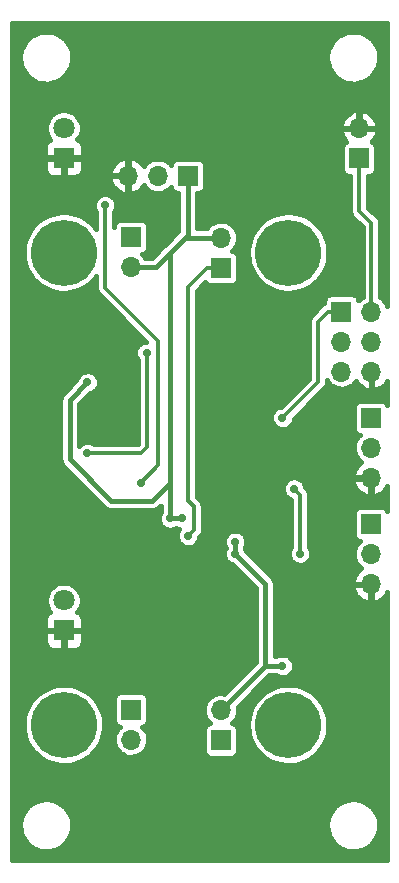
<source format=gbl>
G04 #@! TF.GenerationSoftware,KiCad,Pcbnew,(5.99.0-492-g30da2b31e)*
G04 #@! TF.CreationDate,2019-12-10T20:32:49+01:00*
G04 #@! TF.ProjectId,gabel,67616265-6c2e-46b6-9963-61645f706362,rev?*
G04 #@! TF.SameCoordinates,Original*
G04 #@! TF.FileFunction,Copper,L2,Bot*
G04 #@! TF.FilePolarity,Positive*
%FSLAX46Y46*%
G04 Gerber Fmt 4.6, Leading zero omitted, Abs format (unit mm)*
G04 Created by KiCad (PCBNEW (5.99.0-492-g30da2b31e)) date 2019-12-10 20:32:49*
%MOMM*%
%LPD*%
G04 APERTURE LIST*
%ADD10R,1.800000X1.800000*%
%ADD11C,1.800000*%
%ADD12R,1.700000X1.700000*%
%ADD13O,1.700000X1.700000*%
%ADD14C,5.600000*%
%ADD15C,0.700000*%
%ADD16C,0.400000*%
%ADD17C,0.300000*%
G04 APERTURE END LIST*
D10*
X43000000Y-85000000D03*
D11*
X43000000Y-82460000D03*
D10*
X43000000Y-125000000D03*
D11*
X43000000Y-122460000D03*
D12*
X69000000Y-116000000D03*
D13*
X69000000Y-118540000D03*
X69000000Y-121080000D03*
D12*
X69000000Y-107000000D03*
D13*
X69000000Y-109540000D03*
X69000000Y-112080000D03*
D12*
X53500000Y-86500000D03*
D13*
X50960000Y-86500000D03*
X48420000Y-86500000D03*
D12*
X68000000Y-85040000D03*
D13*
X68000000Y-82500000D03*
D12*
X66500000Y-98000000D03*
D13*
X69040000Y-98000000D03*
X66500000Y-100540000D03*
X69040000Y-100540000D03*
X66500000Y-103080000D03*
X69040000Y-103080000D03*
D12*
X48700000Y-131699998D03*
D13*
X48700000Y-134239998D03*
D12*
X48700000Y-91700000D03*
D13*
X48700000Y-94240000D03*
D12*
X56300000Y-134299998D03*
D13*
X56300000Y-131759998D03*
D12*
X56300000Y-94300000D03*
D13*
X56300000Y-91760000D03*
D14*
X62000000Y-132999998D03*
X62000000Y-93000000D03*
X43000000Y-93000000D03*
X43000000Y-132999998D03*
D15*
X57500000Y-117500000D03*
X53000000Y-115500000D03*
X52000000Y-115500000D03*
X45000000Y-104000000D03*
X57500000Y-118500000D03*
X61500000Y-128000000D03*
X62500000Y-82000000D03*
X62500000Y-83000000D03*
X62500000Y-84000000D03*
X61500000Y-84000000D03*
X61500000Y-83000000D03*
X61500000Y-82000000D03*
X49500000Y-112500000D03*
X46500000Y-89000000D03*
X63000000Y-118500000D03*
X62500000Y-113000000D03*
X58000000Y-111000000D03*
X63000000Y-111000000D03*
X61500000Y-107000000D03*
X50000000Y-101500000D03*
X45000000Y-110000000D03*
X53500000Y-117000000D03*
X55500000Y-118500000D03*
X54500000Y-118500000D03*
X51500000Y-126000000D03*
X50500000Y-126000000D03*
X49500000Y-126000000D03*
X49500000Y-127000000D03*
X50500000Y-127000000D03*
X51500000Y-127000000D03*
X41000000Y-112000000D03*
X41000000Y-110500000D03*
X41000000Y-109000000D03*
X41000000Y-107500000D03*
X41000000Y-106000000D03*
X52000000Y-138500000D03*
D16*
X57500000Y-118500000D02*
X57500000Y-117500000D01*
X52000000Y-115500000D02*
X53000000Y-115500000D01*
X52000000Y-115000000D02*
X52000000Y-113000000D01*
X52000000Y-115000000D02*
X52000000Y-115500000D01*
D17*
X53500000Y-95950000D02*
X53500000Y-112500000D01*
X56300000Y-94300000D02*
X55150000Y-94300000D01*
X55150000Y-94300000D02*
X53500000Y-95950000D01*
X69040000Y-90540000D02*
X68000000Y-89500000D01*
X68000000Y-89500000D02*
X68000000Y-85040000D01*
X69040000Y-98000000D02*
X69040000Y-90540000D01*
D16*
X52000000Y-112500000D02*
X52000000Y-113000000D01*
X50500000Y-114000000D02*
X47000000Y-114000000D01*
X52000000Y-93000000D02*
X53240000Y-91760000D01*
X50760000Y-94240000D02*
X52000000Y-93000000D01*
X52000000Y-93000000D02*
X52000000Y-112500000D01*
X52000000Y-112500000D02*
X50500000Y-114000000D01*
X43500000Y-110500000D02*
X43500000Y-105500000D01*
X43500000Y-105500000D02*
X45000000Y-104000000D01*
X47000000Y-114000000D02*
X43500000Y-110500000D01*
X60059998Y-128000000D02*
X60059998Y-121059998D01*
X60059998Y-121059998D02*
X57500000Y-118500000D01*
X56300000Y-131759998D02*
X60059998Y-128000000D01*
X60059998Y-128000000D02*
X61500000Y-128000000D01*
D17*
X62500000Y-83000000D02*
X62500000Y-82000000D01*
X61500000Y-84000000D02*
X62500000Y-84000000D01*
X61500000Y-82000000D02*
X61500000Y-83000000D01*
X51000000Y-111000000D02*
X49500000Y-112500000D01*
X51000000Y-100500000D02*
X51000000Y-111000000D01*
X46500000Y-96000000D02*
X51000000Y-100500000D01*
X46500000Y-89000000D02*
X46500000Y-96000000D01*
X63000000Y-118500000D02*
X63000000Y-113500000D01*
X63000000Y-113500000D02*
X62500000Y-113000000D01*
X58000000Y-111000000D02*
X63000000Y-111000000D01*
X65350000Y-98000000D02*
X64500000Y-98850000D01*
X66500000Y-98000000D02*
X65350000Y-98000000D01*
X64500000Y-98850000D02*
X64500000Y-104000000D01*
X64500000Y-104000000D02*
X61500000Y-107000000D01*
X50000000Y-101500000D02*
X50000000Y-109000000D01*
X45000000Y-110000000D02*
X49500000Y-110000000D01*
X49500000Y-110000000D02*
X50000000Y-109500000D01*
X50000000Y-109500000D02*
X50000000Y-109000000D01*
D16*
X48700000Y-94240000D02*
X50760000Y-94240000D01*
X53240000Y-91760000D02*
X56300000Y-91760000D01*
X53500000Y-91500000D02*
X53240000Y-91760000D01*
X53500000Y-86500000D02*
X53500000Y-91500000D01*
D17*
X53500000Y-112500000D02*
X53500000Y-114000000D01*
X53500000Y-114000000D02*
X54000000Y-114500000D01*
X54000000Y-114500000D02*
X54000000Y-116500000D01*
X54000000Y-116500000D02*
X53500000Y-117000000D01*
X55500000Y-118500000D02*
X54500000Y-118500000D01*
X51500000Y-126000000D02*
X50500000Y-126000000D01*
X49500000Y-126000000D02*
X49500000Y-127000000D01*
X50500000Y-127000000D02*
X51500000Y-127000000D01*
X41000000Y-112000000D02*
X41000000Y-110500000D01*
X41000000Y-109000000D02*
X41000000Y-107500000D01*
G36*
X70401001Y-97502423D02*
G01*
X70353119Y-97373674D01*
X70221454Y-97151039D01*
X70052444Y-96955239D01*
X69851431Y-96792462D01*
X69789000Y-96758141D01*
X69789000Y-90619891D01*
X69798499Y-90575769D01*
X69789000Y-90495510D01*
X69789000Y-90477860D01*
X69781769Y-90434420D01*
X69768145Y-90319308D01*
X69760441Y-90306280D01*
X69758402Y-90294034D01*
X69639998Y-90074593D01*
X69558539Y-89999293D01*
X68749000Y-89189755D01*
X68749000Y-86496836D01*
X68869600Y-86496836D01*
X69083718Y-86454245D01*
X69281855Y-86321855D01*
X69414245Y-86123718D01*
X69456836Y-85909600D01*
X69456836Y-84170400D01*
X69414245Y-83956282D01*
X69281855Y-83758145D01*
X69083718Y-83625755D01*
X69080499Y-83625115D01*
X69108792Y-83601078D01*
X69278461Y-83398518D01*
X69411574Y-83170265D01*
X69504325Y-82922847D01*
X69574829Y-82555000D01*
X66409316Y-82555000D01*
X66520743Y-83003580D01*
X66626739Y-83245620D01*
X66772002Y-83466340D01*
X66920192Y-83624977D01*
X66916282Y-83625755D01*
X66718145Y-83758145D01*
X66585755Y-83956282D01*
X66543164Y-84170400D01*
X66543164Y-85909600D01*
X66585755Y-86123718D01*
X66718145Y-86321855D01*
X66916282Y-86454245D01*
X67130400Y-86496836D01*
X67251001Y-86496836D01*
X67251000Y-89420109D01*
X67241501Y-89464231D01*
X67251000Y-89544490D01*
X67251000Y-89562137D01*
X67258229Y-89605572D01*
X67271855Y-89720692D01*
X67279560Y-89733720D01*
X67281598Y-89745965D01*
X67400002Y-89965406D01*
X67481474Y-90040718D01*
X68291001Y-90850247D01*
X68291000Y-96759073D01*
X68154348Y-96845795D01*
X67963953Y-97020872D01*
X67941051Y-97051044D01*
X67914245Y-96916282D01*
X67781855Y-96718145D01*
X67583718Y-96585755D01*
X67369600Y-96543164D01*
X65630400Y-96543164D01*
X65416282Y-96585755D01*
X65218145Y-96718145D01*
X65085755Y-96916282D01*
X65043164Y-97130400D01*
X65043164Y-97314441D01*
X64884593Y-97400002D01*
X64809293Y-97481462D01*
X64026874Y-98263881D01*
X63988952Y-98288367D01*
X63938917Y-98351837D01*
X63926437Y-98364317D01*
X63900836Y-98400144D01*
X63829073Y-98491175D01*
X63825308Y-98505835D01*
X63818089Y-98515938D01*
X63746646Y-98754830D01*
X63751000Y-98865661D01*
X63751001Y-103689754D01*
X61382584Y-106058171D01*
X61237344Y-106077938D01*
X60989109Y-106188718D01*
X60781944Y-106364719D01*
X60632504Y-106591788D01*
X60552801Y-106851672D01*
X60549243Y-107123482D01*
X60622115Y-107385365D01*
X60765561Y-107616268D01*
X60968048Y-107797630D01*
X61213297Y-107914870D01*
X61481594Y-107958565D01*
X61751372Y-107925203D01*
X62000941Y-107817463D01*
X62210241Y-107644007D01*
X62362445Y-107418780D01*
X62445695Y-107158706D01*
X62446294Y-107112950D01*
X64973129Y-104586117D01*
X65011047Y-104561633D01*
X65061084Y-104498162D01*
X65073562Y-104485684D01*
X65099161Y-104449861D01*
X65170927Y-104358826D01*
X65174692Y-104344165D01*
X65181910Y-104334064D01*
X65253355Y-104095170D01*
X65249000Y-103984323D01*
X65249000Y-103817267D01*
X65374184Y-104001470D01*
X65555155Y-104186271D01*
X65765992Y-104336105D01*
X66000029Y-104446235D01*
X66249870Y-104513179D01*
X66507617Y-104534823D01*
X66765124Y-104510481D01*
X67014250Y-104440924D01*
X67247122Y-104328350D01*
X67456378Y-104176316D01*
X67635404Y-103989630D01*
X67705372Y-103884320D01*
X67812002Y-104046340D01*
X67992376Y-104239430D01*
X68202704Y-104399367D01*
X68436974Y-104521580D01*
X68688486Y-104602574D01*
X68985000Y-104645038D01*
X68985000Y-103025000D01*
X69095000Y-103025000D01*
X69095000Y-104656593D01*
X69473339Y-104581337D01*
X69720103Y-104486860D01*
X69947420Y-104352156D01*
X70148792Y-104181078D01*
X70318461Y-103978518D01*
X70401001Y-103836985D01*
X70401001Y-105896460D01*
X70281855Y-105718145D01*
X70083718Y-105585755D01*
X69869600Y-105543164D01*
X68130400Y-105543164D01*
X67916282Y-105585755D01*
X67718145Y-105718145D01*
X67585755Y-105916282D01*
X67543164Y-106130400D01*
X67543164Y-107869600D01*
X67585755Y-108083718D01*
X67718145Y-108281855D01*
X67916282Y-108414245D01*
X68053686Y-108441577D01*
X67923953Y-108560872D01*
X67767571Y-108766898D01*
X67650144Y-108997361D01*
X67575384Y-109244976D01*
X67545655Y-109501917D01*
X67561897Y-109760061D01*
X67623595Y-110011249D01*
X67728798Y-110247541D01*
X67874184Y-110461470D01*
X68055155Y-110646271D01*
X68191280Y-110743010D01*
X68190518Y-110743387D01*
X67976886Y-110898886D01*
X67792508Y-111088155D01*
X67642655Y-111305784D01*
X67531613Y-111545551D01*
X67401799Y-112025000D01*
X69055000Y-112025000D01*
X69055000Y-113656593D01*
X69433339Y-113581337D01*
X69680103Y-113486860D01*
X69907420Y-113352156D01*
X70108792Y-113181078D01*
X70278461Y-112978518D01*
X70401000Y-112768396D01*
X70401000Y-114896460D01*
X70281855Y-114718145D01*
X70083718Y-114585755D01*
X69869600Y-114543164D01*
X68130400Y-114543164D01*
X67916282Y-114585755D01*
X67718145Y-114718145D01*
X67585755Y-114916282D01*
X67543164Y-115130400D01*
X67543164Y-116869600D01*
X67585755Y-117083718D01*
X67718145Y-117281855D01*
X67916282Y-117414245D01*
X68053686Y-117441577D01*
X67923953Y-117560872D01*
X67767571Y-117766898D01*
X67650144Y-117997361D01*
X67575384Y-118244976D01*
X67545655Y-118501917D01*
X67561897Y-118760061D01*
X67623595Y-119011249D01*
X67728798Y-119247541D01*
X67874184Y-119461470D01*
X68055155Y-119646271D01*
X68191280Y-119743010D01*
X68190518Y-119743387D01*
X67976886Y-119898886D01*
X67792508Y-120088155D01*
X67642655Y-120305784D01*
X67531613Y-120545551D01*
X67401799Y-121025000D01*
X69055000Y-121025000D01*
X69055000Y-122656593D01*
X69433339Y-122581337D01*
X69680103Y-122486860D01*
X69907420Y-122352156D01*
X70108792Y-122181078D01*
X70278461Y-121978518D01*
X70401000Y-121768396D01*
X70401000Y-144401000D01*
X38599000Y-144401000D01*
X38599000Y-141584630D01*
X39297019Y-141584630D01*
X39330921Y-141894189D01*
X39408102Y-142195881D01*
X39527022Y-142483691D01*
X39685309Y-142751872D01*
X39879803Y-142995075D01*
X40106624Y-143208447D01*
X40361247Y-143387732D01*
X40638592Y-143529351D01*
X40933124Y-143630478D01*
X41238965Y-143689098D01*
X41550017Y-143704039D01*
X41860069Y-143675003D01*
X42162938Y-143602570D01*
X42452579Y-143488186D01*
X42723214Y-143334131D01*
X42969442Y-143143481D01*
X43186351Y-142920038D01*
X43369612Y-142668263D01*
X43515570Y-142393178D01*
X43621312Y-142100270D01*
X43685368Y-141792308D01*
X43692076Y-141584630D01*
X65297019Y-141584630D01*
X65330921Y-141894189D01*
X65408102Y-142195881D01*
X65527022Y-142483691D01*
X65685309Y-142751872D01*
X65879803Y-142995075D01*
X66106624Y-143208447D01*
X66361247Y-143387732D01*
X66638592Y-143529351D01*
X66933124Y-143630478D01*
X67238965Y-143689098D01*
X67550017Y-143704039D01*
X67860069Y-143675003D01*
X68162938Y-143602570D01*
X68452579Y-143488186D01*
X68723214Y-143334131D01*
X68969442Y-143143481D01*
X69186351Y-142920038D01*
X69369612Y-142668263D01*
X69515570Y-142393178D01*
X69621312Y-142100270D01*
X69685368Y-141792308D01*
X69699677Y-141349329D01*
X69655627Y-141037873D01*
X69569008Y-140738754D01*
X69441106Y-140454822D01*
X69274474Y-140191745D01*
X69072436Y-139954771D01*
X68839024Y-139748629D01*
X68578896Y-139577431D01*
X68297239Y-139444593D01*
X67999677Y-139352767D01*
X67692144Y-139303783D01*
X67380777Y-139298620D01*
X67071790Y-139337380D01*
X66771346Y-139419290D01*
X66485441Y-139542716D01*
X66219779Y-139705195D01*
X65979660Y-139903486D01*
X65769877Y-140133631D01*
X65594615Y-140391039D01*
X65457369Y-140670574D01*
X65360880Y-140966657D01*
X65307072Y-141273383D01*
X65297019Y-141584630D01*
X43692076Y-141584630D01*
X43699677Y-141349329D01*
X43655627Y-141037873D01*
X43569008Y-140738754D01*
X43441106Y-140454822D01*
X43274474Y-140191745D01*
X43072436Y-139954771D01*
X42839024Y-139748629D01*
X42578896Y-139577431D01*
X42297239Y-139444593D01*
X41999677Y-139352767D01*
X41692144Y-139303783D01*
X41380777Y-139298620D01*
X41071790Y-139337380D01*
X40771346Y-139419290D01*
X40485441Y-139542716D01*
X40219779Y-139705195D01*
X39979660Y-139903486D01*
X39769877Y-140133631D01*
X39594615Y-140391039D01*
X39457369Y-140670574D01*
X39360880Y-140966657D01*
X39307072Y-141273383D01*
X39297019Y-141584630D01*
X38599000Y-141584630D01*
X38599000Y-133142557D01*
X39598633Y-133142557D01*
X39635722Y-133520816D01*
X39714744Y-133892582D01*
X39834712Y-134253224D01*
X39994135Y-134598245D01*
X40191023Y-134923345D01*
X40422922Y-135224472D01*
X40686942Y-135497873D01*
X40979793Y-135740140D01*
X41297824Y-135948254D01*
X41637071Y-136119620D01*
X41993305Y-136252102D01*
X42362088Y-136344050D01*
X42738821Y-136394317D01*
X43118810Y-136402277D01*
X43497318Y-136367830D01*
X43869627Y-136291406D01*
X44231098Y-136173957D01*
X44577223Y-136016948D01*
X44903690Y-135822334D01*
X45206429Y-135592543D01*
X45481666Y-135330438D01*
X45725972Y-135039286D01*
X45936301Y-134722715D01*
X46110032Y-134384673D01*
X46244997Y-134029371D01*
X46339517Y-133661240D01*
X46392607Y-133283486D01*
X46399200Y-132811348D01*
X46356679Y-132432258D01*
X46272474Y-132061632D01*
X46147481Y-131702700D01*
X45983257Y-131359938D01*
X45781850Y-131037619D01*
X45617608Y-130830398D01*
X47243164Y-130830398D01*
X47243164Y-132569598D01*
X47285755Y-132783716D01*
X47418145Y-132981853D01*
X47616282Y-133114243D01*
X47753686Y-133141575D01*
X47623953Y-133260870D01*
X47467571Y-133466896D01*
X47350144Y-133697359D01*
X47275384Y-133944974D01*
X47245655Y-134201915D01*
X47261897Y-134460059D01*
X47323595Y-134711247D01*
X47428798Y-134947539D01*
X47574184Y-135161468D01*
X47755155Y-135346269D01*
X47965992Y-135496103D01*
X48200029Y-135606233D01*
X48449870Y-135673177D01*
X48707617Y-135694821D01*
X48965124Y-135670479D01*
X49214250Y-135600922D01*
X49447122Y-135488348D01*
X49656378Y-135336314D01*
X49835404Y-135149628D01*
X49978541Y-134934189D01*
X50081265Y-134696808D01*
X50140929Y-134442427D01*
X50149549Y-134113258D01*
X50103280Y-133856105D01*
X50013119Y-133613672D01*
X49904732Y-133430398D01*
X54843164Y-133430398D01*
X54843164Y-135169598D01*
X54885755Y-135383716D01*
X55018145Y-135581853D01*
X55216282Y-135714243D01*
X55430400Y-135756834D01*
X57169600Y-135756834D01*
X57383718Y-135714243D01*
X57581855Y-135581853D01*
X57714245Y-135383716D01*
X57756836Y-135169598D01*
X57756836Y-133430398D01*
X57714245Y-133216280D01*
X57664986Y-133142557D01*
X58598633Y-133142557D01*
X58635722Y-133520816D01*
X58714744Y-133892582D01*
X58834712Y-134253224D01*
X58994135Y-134598245D01*
X59191023Y-134923345D01*
X59422922Y-135224472D01*
X59686942Y-135497873D01*
X59979793Y-135740140D01*
X60297824Y-135948254D01*
X60637071Y-136119620D01*
X60993305Y-136252102D01*
X61362088Y-136344050D01*
X61738821Y-136394317D01*
X62118810Y-136402277D01*
X62497318Y-136367830D01*
X62869627Y-136291406D01*
X63231098Y-136173957D01*
X63577223Y-136016948D01*
X63903690Y-135822334D01*
X64206429Y-135592543D01*
X64481666Y-135330438D01*
X64725972Y-135039286D01*
X64936301Y-134722715D01*
X65110032Y-134384673D01*
X65244997Y-134029371D01*
X65339517Y-133661240D01*
X65392607Y-133283486D01*
X65399200Y-132811348D01*
X65356679Y-132432258D01*
X65272474Y-132061632D01*
X65147481Y-131702700D01*
X64983257Y-131359938D01*
X64781850Y-131037619D01*
X64545768Y-130739759D01*
X64277957Y-130470071D01*
X63981752Y-130231916D01*
X63660847Y-130028263D01*
X63319240Y-129861651D01*
X62961190Y-129734154D01*
X62591160Y-129647365D01*
X62213761Y-129602363D01*
X61833698Y-129599709D01*
X61455708Y-129639438D01*
X61084502Y-129721053D01*
X60724707Y-129843537D01*
X60380807Y-130005364D01*
X60057089Y-130204516D01*
X59757589Y-130438513D01*
X59486038Y-130704435D01*
X59245821Y-130998970D01*
X59039932Y-131318446D01*
X58870939Y-131658881D01*
X58740947Y-132016032D01*
X58651576Y-132385447D01*
X58603940Y-132762523D01*
X58598633Y-133142557D01*
X57664986Y-133142557D01*
X57581855Y-133018143D01*
X57383718Y-132885753D01*
X57251938Y-132859540D01*
X57256378Y-132856314D01*
X57435404Y-132669628D01*
X57578541Y-132454189D01*
X57681265Y-132216808D01*
X57740929Y-131962427D01*
X57749549Y-131633258D01*
X57720141Y-131469812D01*
X60390954Y-128799000D01*
X60970914Y-128799000D01*
X61213297Y-128914870D01*
X61481594Y-128958565D01*
X61751372Y-128925203D01*
X62000941Y-128817463D01*
X62210241Y-128644007D01*
X62362445Y-128418780D01*
X62445695Y-128158706D01*
X62449525Y-127866104D01*
X62373111Y-127603939D01*
X62226855Y-127374806D01*
X62022169Y-127195931D01*
X61775505Y-127081695D01*
X61506693Y-127041281D01*
X61237344Y-127077938D01*
X60989108Y-127188719D01*
X60974652Y-127201000D01*
X60858998Y-127201000D01*
X60858998Y-121135000D01*
X67409316Y-121135000D01*
X67520743Y-121583580D01*
X67626739Y-121825620D01*
X67772002Y-122046340D01*
X67952376Y-122239430D01*
X68162704Y-122399367D01*
X68396974Y-122521580D01*
X68648486Y-122602574D01*
X68945000Y-122645038D01*
X68945000Y-121135000D01*
X67409316Y-121135000D01*
X60858998Y-121135000D01*
X60858998Y-120996307D01*
X60858997Y-120996301D01*
X60858997Y-120933449D01*
X60839325Y-120872906D01*
X60829364Y-120810016D01*
X60800459Y-120753285D01*
X60780786Y-120692738D01*
X60743366Y-120641234D01*
X60714460Y-120584503D01*
X58430382Y-118300426D01*
X58373111Y-118103939D01*
X58307151Y-118000603D01*
X58362445Y-117918780D01*
X58445695Y-117658706D01*
X58449525Y-117366104D01*
X58373111Y-117103939D01*
X58226855Y-116874806D01*
X58022169Y-116695931D01*
X57775505Y-116581695D01*
X57506693Y-116541281D01*
X57237344Y-116577938D01*
X56989109Y-116688718D01*
X56781944Y-116864719D01*
X56632504Y-117091788D01*
X56552801Y-117351672D01*
X56549243Y-117623482D01*
X56622115Y-117885365D01*
X56693127Y-117999672D01*
X56632504Y-118091788D01*
X56552801Y-118351672D01*
X56549243Y-118623482D01*
X56622115Y-118885365D01*
X56765561Y-119116268D01*
X56968048Y-119297630D01*
X57213297Y-119414870D01*
X57298848Y-119428803D01*
X59260999Y-121390955D01*
X59260998Y-127669044D01*
X56591758Y-130338284D01*
X56383747Y-130307567D01*
X56125220Y-130315692D01*
X55872217Y-130369469D01*
X55632737Y-130467199D01*
X55414348Y-130605793D01*
X55223953Y-130780870D01*
X55067571Y-130986896D01*
X54950144Y-131217359D01*
X54875384Y-131464974D01*
X54845655Y-131721915D01*
X54861897Y-131980059D01*
X54923595Y-132231247D01*
X55028798Y-132467539D01*
X55174184Y-132681468D01*
X55348484Y-132859456D01*
X55216282Y-132885753D01*
X55018145Y-133018143D01*
X54885755Y-133216280D01*
X54843164Y-133430398D01*
X49904732Y-133430398D01*
X49881454Y-133391037D01*
X49712444Y-133195237D01*
X49646203Y-133141597D01*
X49783718Y-133114243D01*
X49981855Y-132981853D01*
X50114245Y-132783716D01*
X50156836Y-132569598D01*
X50156836Y-130830398D01*
X50114245Y-130616280D01*
X49981855Y-130418143D01*
X49783718Y-130285753D01*
X49569600Y-130243162D01*
X47830400Y-130243162D01*
X47616282Y-130285753D01*
X47418145Y-130418143D01*
X47285755Y-130616280D01*
X47243164Y-130830398D01*
X45617608Y-130830398D01*
X45545768Y-130739759D01*
X45277957Y-130470071D01*
X44981752Y-130231916D01*
X44660847Y-130028263D01*
X44319240Y-129861651D01*
X43961190Y-129734154D01*
X43591160Y-129647365D01*
X43213761Y-129602363D01*
X42833698Y-129599709D01*
X42455708Y-129639438D01*
X42084502Y-129721053D01*
X41724707Y-129843537D01*
X41380807Y-130005364D01*
X41057089Y-130204516D01*
X40757589Y-130438513D01*
X40486038Y-130704435D01*
X40245821Y-130998970D01*
X40039932Y-131318446D01*
X39870939Y-131658881D01*
X39740947Y-132016032D01*
X39651576Y-132385447D01*
X39603940Y-132762523D01*
X39598633Y-133142557D01*
X38599000Y-133142557D01*
X38599000Y-125055000D01*
X41385163Y-125055000D01*
X41385163Y-125926199D01*
X41472471Y-126252038D01*
X41638538Y-126449949D01*
X41854461Y-126574612D01*
X42082590Y-126614837D01*
X42945000Y-126614837D01*
X42945000Y-125055000D01*
X43055000Y-125055000D01*
X43055000Y-126614837D01*
X43926199Y-126614837D01*
X44252038Y-126527529D01*
X44449949Y-126361462D01*
X44574612Y-126145539D01*
X44614837Y-125917410D01*
X44614837Y-125055000D01*
X43055000Y-125055000D01*
X42945000Y-125055000D01*
X41385163Y-125055000D01*
X38599000Y-125055000D01*
X38599000Y-124082590D01*
X41385163Y-124082590D01*
X41385163Y-124945000D01*
X44614837Y-124945000D01*
X44614837Y-124073801D01*
X44527529Y-123747963D01*
X44361462Y-123550052D01*
X44146354Y-123425858D01*
X44232599Y-123323074D01*
X44363744Y-123095924D01*
X44453452Y-122849452D01*
X44498999Y-122591145D01*
X44498999Y-122328855D01*
X44453452Y-122070548D01*
X44363744Y-121824076D01*
X44232599Y-121596926D01*
X44064002Y-121395998D01*
X43863074Y-121227401D01*
X43635924Y-121096256D01*
X43389452Y-121006548D01*
X43131145Y-120961001D01*
X42868855Y-120961001D01*
X42610548Y-121006548D01*
X42364076Y-121096256D01*
X42136926Y-121227401D01*
X41935998Y-121395998D01*
X41767401Y-121596926D01*
X41636256Y-121824076D01*
X41546548Y-122070548D01*
X41501001Y-122328855D01*
X41501001Y-122591145D01*
X41546548Y-122849452D01*
X41636256Y-123095924D01*
X41767401Y-123323074D01*
X41866180Y-123440795D01*
X41747963Y-123472471D01*
X41550052Y-123638538D01*
X41425388Y-123854461D01*
X41385163Y-124082590D01*
X38599000Y-124082590D01*
X38599000Y-93142559D01*
X39598633Y-93142559D01*
X39635722Y-93520818D01*
X39714744Y-93892584D01*
X39834712Y-94253226D01*
X39994135Y-94598247D01*
X40191023Y-94923347D01*
X40422922Y-95224474D01*
X40686942Y-95497875D01*
X40979793Y-95740142D01*
X41297824Y-95948256D01*
X41637071Y-96119622D01*
X41993305Y-96252104D01*
X42362088Y-96344052D01*
X42738821Y-96394319D01*
X43118810Y-96402279D01*
X43497318Y-96367832D01*
X43869627Y-96291408D01*
X44231098Y-96173959D01*
X44577223Y-96016950D01*
X44903690Y-95822336D01*
X45206429Y-95592545D01*
X45481666Y-95330440D01*
X45725972Y-95039288D01*
X45751001Y-95001616D01*
X45751001Y-95920108D01*
X45741501Y-95964231D01*
X45751001Y-96044498D01*
X45751001Y-96062138D01*
X45758227Y-96105555D01*
X45771855Y-96220691D01*
X45779560Y-96233721D01*
X45781599Y-96245967D01*
X45900003Y-96465407D01*
X45981462Y-96540706D01*
X49984989Y-100544235D01*
X49737344Y-100577938D01*
X49489109Y-100688718D01*
X49281944Y-100864719D01*
X49132504Y-101091788D01*
X49052801Y-101351672D01*
X49049243Y-101623482D01*
X49122115Y-101885365D01*
X49251000Y-102092829D01*
X49251001Y-108945879D01*
X49251000Y-108945883D01*
X49251000Y-109189755D01*
X49189755Y-109251000D01*
X45585184Y-109251000D01*
X45522169Y-109195931D01*
X45275505Y-109081695D01*
X45006693Y-109041281D01*
X44737344Y-109077938D01*
X44489109Y-109188718D01*
X44299000Y-109350229D01*
X44299000Y-105830955D01*
X45198175Y-104931781D01*
X45251372Y-104925203D01*
X45500941Y-104817463D01*
X45710241Y-104644007D01*
X45862445Y-104418780D01*
X45945695Y-104158706D01*
X45949525Y-103866104D01*
X45873111Y-103603939D01*
X45726855Y-103374806D01*
X45522169Y-103195931D01*
X45275505Y-103081695D01*
X45006693Y-103041281D01*
X44737344Y-103077938D01*
X44489109Y-103188718D01*
X44281944Y-103364719D01*
X44132504Y-103591788D01*
X44068031Y-103802013D01*
X43002220Y-104867825D01*
X42845538Y-105024506D01*
X42816636Y-105081231D01*
X42779212Y-105132740D01*
X42759538Y-105193293D01*
X42730635Y-105250018D01*
X42720675Y-105312902D01*
X42701001Y-105373452D01*
X42701001Y-105452779D01*
X42701000Y-110563690D01*
X42701001Y-110563696D01*
X42701001Y-110626548D01*
X42720673Y-110687095D01*
X42730634Y-110749981D01*
X42759539Y-110806711D01*
X42779213Y-110867260D01*
X42816634Y-110918767D01*
X42845538Y-110975493D01*
X43025053Y-111155010D01*
X43025057Y-111155012D01*
X46478411Y-114608368D01*
X46478414Y-114608370D01*
X46524506Y-114654463D01*
X46581235Y-114683367D01*
X46632738Y-114720787D01*
X46693288Y-114740461D01*
X46750018Y-114769366D01*
X46812903Y-114779327D01*
X46873450Y-114798999D01*
X46936303Y-114798999D01*
X46936309Y-114799000D01*
X50563691Y-114799000D01*
X50563697Y-114798999D01*
X50626548Y-114798999D01*
X50687091Y-114779327D01*
X50749981Y-114769367D01*
X50806715Y-114740460D01*
X50867261Y-114720787D01*
X50918761Y-114683370D01*
X50975495Y-114654462D01*
X51155010Y-114474946D01*
X51155011Y-114474944D01*
X51201001Y-114428955D01*
X51201000Y-114952779D01*
X51201000Y-114987710D01*
X51132504Y-115091788D01*
X51052801Y-115351672D01*
X51049243Y-115623482D01*
X51122115Y-115885365D01*
X51265561Y-116116268D01*
X51468048Y-116297630D01*
X51713297Y-116414870D01*
X51981594Y-116458565D01*
X52251372Y-116425203D01*
X52500941Y-116317463D01*
X52504085Y-116314857D01*
X52713297Y-116414870D01*
X52745488Y-116420113D01*
X52632504Y-116591788D01*
X52552801Y-116851672D01*
X52549243Y-117123482D01*
X52622115Y-117385365D01*
X52765561Y-117616268D01*
X52968048Y-117797630D01*
X53213297Y-117914870D01*
X53481594Y-117958565D01*
X53751372Y-117925203D01*
X54000941Y-117817463D01*
X54210241Y-117644007D01*
X54362445Y-117418780D01*
X54445695Y-117158706D01*
X54446294Y-117112952D01*
X54473131Y-117086116D01*
X54511046Y-117061634D01*
X54561084Y-116998162D01*
X54573562Y-116985684D01*
X54599161Y-116949861D01*
X54670927Y-116858826D01*
X54674692Y-116844166D01*
X54681911Y-116834063D01*
X54753354Y-116595171D01*
X54749000Y-116484340D01*
X54749000Y-114579893D01*
X54758500Y-114535770D01*
X54749000Y-114455505D01*
X54749000Y-114437860D01*
X54741771Y-114394431D01*
X54728145Y-114279308D01*
X54720441Y-114266282D01*
X54718403Y-114254035D01*
X54599998Y-114034593D01*
X54518538Y-113959293D01*
X54249000Y-113689755D01*
X54249000Y-113123482D01*
X61549243Y-113123482D01*
X61622115Y-113385365D01*
X61765561Y-113616268D01*
X61968048Y-113797630D01*
X62213297Y-113914870D01*
X62251001Y-113921010D01*
X62251000Y-117911737D01*
X62132504Y-118091788D01*
X62052801Y-118351672D01*
X62049243Y-118623482D01*
X62122115Y-118885365D01*
X62265561Y-119116268D01*
X62468048Y-119297630D01*
X62713297Y-119414870D01*
X62981594Y-119458565D01*
X63251372Y-119425203D01*
X63500941Y-119317463D01*
X63710241Y-119144007D01*
X63862445Y-118918780D01*
X63945695Y-118658706D01*
X63949525Y-118366104D01*
X63873111Y-118103939D01*
X63749000Y-117909499D01*
X63749000Y-113579893D01*
X63758500Y-113535770D01*
X63749000Y-113455505D01*
X63749000Y-113437860D01*
X63741771Y-113394431D01*
X63728145Y-113279308D01*
X63720441Y-113266282D01*
X63718403Y-113254035D01*
X63599998Y-113034593D01*
X63518538Y-112959293D01*
X63449213Y-112889968D01*
X63449525Y-112866103D01*
X63373111Y-112603939D01*
X63226855Y-112374806D01*
X63022169Y-112195931D01*
X62890604Y-112135000D01*
X67409316Y-112135000D01*
X67520743Y-112583580D01*
X67626739Y-112825620D01*
X67772002Y-113046340D01*
X67952376Y-113239430D01*
X68162704Y-113399367D01*
X68396974Y-113521580D01*
X68648486Y-113602574D01*
X68945000Y-113645038D01*
X68945000Y-112135000D01*
X67409316Y-112135000D01*
X62890604Y-112135000D01*
X62775505Y-112081695D01*
X62506693Y-112041281D01*
X62237344Y-112077938D01*
X61989109Y-112188718D01*
X61781944Y-112364719D01*
X61632504Y-112591788D01*
X61552801Y-112851672D01*
X61549243Y-113123482D01*
X54249000Y-113123482D01*
X54249000Y-96260244D01*
X54981793Y-95527451D01*
X55018145Y-95581855D01*
X55216282Y-95714245D01*
X55430400Y-95756836D01*
X57169600Y-95756836D01*
X57383718Y-95714245D01*
X57581855Y-95581855D01*
X57714245Y-95383718D01*
X57756836Y-95169600D01*
X57756836Y-93430400D01*
X57714245Y-93216282D01*
X57664986Y-93142559D01*
X58598633Y-93142559D01*
X58635722Y-93520818D01*
X58714744Y-93892584D01*
X58834712Y-94253226D01*
X58994135Y-94598247D01*
X59191023Y-94923347D01*
X59422922Y-95224474D01*
X59686942Y-95497875D01*
X59979793Y-95740142D01*
X60297824Y-95948256D01*
X60637071Y-96119622D01*
X60993305Y-96252104D01*
X61362088Y-96344052D01*
X61738821Y-96394319D01*
X62118810Y-96402279D01*
X62497318Y-96367832D01*
X62869627Y-96291408D01*
X63231098Y-96173959D01*
X63577223Y-96016950D01*
X63903690Y-95822336D01*
X64206429Y-95592545D01*
X64481666Y-95330440D01*
X64725972Y-95039288D01*
X64936301Y-94722717D01*
X65110032Y-94384675D01*
X65244997Y-94029373D01*
X65339517Y-93661242D01*
X65392607Y-93283488D01*
X65399200Y-92811350D01*
X65356679Y-92432260D01*
X65272474Y-92061634D01*
X65147481Y-91702702D01*
X64983257Y-91359940D01*
X64781850Y-91037621D01*
X64545768Y-90739761D01*
X64277957Y-90470073D01*
X63981752Y-90231918D01*
X63660847Y-90028265D01*
X63319240Y-89861653D01*
X62961190Y-89734156D01*
X62591160Y-89647367D01*
X62213761Y-89602365D01*
X61833698Y-89599711D01*
X61455708Y-89639440D01*
X61084502Y-89721055D01*
X60724707Y-89843539D01*
X60380807Y-90005366D01*
X60057089Y-90204518D01*
X59757589Y-90438515D01*
X59486038Y-90704437D01*
X59245821Y-90998972D01*
X59039932Y-91318448D01*
X58870939Y-91658883D01*
X58740947Y-92016034D01*
X58651576Y-92385449D01*
X58603940Y-92762525D01*
X58598633Y-93142559D01*
X57664986Y-93142559D01*
X57581855Y-93018145D01*
X57383718Y-92885755D01*
X57251938Y-92859542D01*
X57256378Y-92856316D01*
X57435404Y-92669630D01*
X57578541Y-92454191D01*
X57681265Y-92216810D01*
X57740929Y-91962429D01*
X57749549Y-91633260D01*
X57703280Y-91376107D01*
X57613119Y-91133674D01*
X57481454Y-90911039D01*
X57312444Y-90715239D01*
X57111431Y-90552462D01*
X56884770Y-90427855D01*
X56639626Y-90345354D01*
X56383747Y-90307569D01*
X56125220Y-90315694D01*
X55872217Y-90369471D01*
X55632737Y-90467201D01*
X55414348Y-90605795D01*
X55223953Y-90780872D01*
X55087229Y-90961000D01*
X54299000Y-90961000D01*
X54299000Y-87956836D01*
X54369600Y-87956836D01*
X54583718Y-87914245D01*
X54781855Y-87781855D01*
X54914245Y-87583718D01*
X54956836Y-87369600D01*
X54956836Y-85630400D01*
X54914245Y-85416282D01*
X54781855Y-85218145D01*
X54583718Y-85085755D01*
X54369600Y-85043164D01*
X52630400Y-85043164D01*
X52416282Y-85085755D01*
X52218145Y-85218145D01*
X52085755Y-85416282D01*
X52058236Y-85554630D01*
X51972444Y-85455239D01*
X51771431Y-85292462D01*
X51544770Y-85167855D01*
X51299626Y-85085354D01*
X51043747Y-85047569D01*
X50785220Y-85055694D01*
X50532217Y-85109471D01*
X50292737Y-85207201D01*
X50074348Y-85345795D01*
X49883953Y-85520872D01*
X49753040Y-85693344D01*
X49716997Y-85628454D01*
X49551608Y-85422384D01*
X49353864Y-85247126D01*
X49129417Y-85107692D01*
X48884685Y-85008068D01*
X48475000Y-84917617D01*
X48475000Y-88076593D01*
X48853339Y-88001337D01*
X49100103Y-87906860D01*
X49327420Y-87772156D01*
X49528792Y-87601078D01*
X49698461Y-87398518D01*
X49753937Y-87303391D01*
X49834184Y-87421470D01*
X50015155Y-87606271D01*
X50225992Y-87756105D01*
X50460029Y-87866235D01*
X50709870Y-87933179D01*
X50967617Y-87954823D01*
X51225124Y-87930481D01*
X51474250Y-87860924D01*
X51707122Y-87748350D01*
X51916378Y-87596316D01*
X52058733Y-87447870D01*
X52085755Y-87583718D01*
X52218145Y-87781855D01*
X52416282Y-87914245D01*
X52630400Y-87956836D01*
X52701000Y-87956836D01*
X52701001Y-91169043D01*
X51525056Y-92344989D01*
X51525054Y-92344990D01*
X51468412Y-92401632D01*
X50429045Y-93441000D01*
X49911001Y-93441000D01*
X49881454Y-93391039D01*
X49712444Y-93195239D01*
X49646203Y-93141599D01*
X49783718Y-93114245D01*
X49981855Y-92981855D01*
X50114245Y-92783718D01*
X50156836Y-92569600D01*
X50156836Y-90830400D01*
X50114245Y-90616282D01*
X49981855Y-90418145D01*
X49783718Y-90285755D01*
X49569600Y-90243164D01*
X47830400Y-90243164D01*
X47616282Y-90285755D01*
X47418145Y-90418145D01*
X47285755Y-90616282D01*
X47249000Y-90801061D01*
X47249000Y-89586654D01*
X47362445Y-89418780D01*
X47445695Y-89158706D01*
X47449525Y-88866104D01*
X47373111Y-88603939D01*
X47226855Y-88374806D01*
X47022169Y-88195931D01*
X46775505Y-88081695D01*
X46506693Y-88041281D01*
X46237344Y-88077938D01*
X45989109Y-88188718D01*
X45781944Y-88364719D01*
X45632504Y-88591788D01*
X45552801Y-88851672D01*
X45549243Y-89123482D01*
X45622115Y-89385365D01*
X45751000Y-89592829D01*
X45751000Y-90998698D01*
X45545768Y-90739761D01*
X45277957Y-90470073D01*
X44981752Y-90231918D01*
X44660847Y-90028265D01*
X44319240Y-89861653D01*
X43961190Y-89734156D01*
X43591160Y-89647367D01*
X43213761Y-89602365D01*
X42833698Y-89599711D01*
X42455708Y-89639440D01*
X42084502Y-89721055D01*
X41724707Y-89843539D01*
X41380807Y-90005366D01*
X41057089Y-90204518D01*
X40757589Y-90438515D01*
X40486038Y-90704437D01*
X40245821Y-90998972D01*
X40039932Y-91318448D01*
X39870939Y-91658883D01*
X39740947Y-92016034D01*
X39651576Y-92385449D01*
X39603940Y-92762525D01*
X39598633Y-93142559D01*
X38599000Y-93142559D01*
X38599000Y-85055000D01*
X41385163Y-85055000D01*
X41385163Y-85926199D01*
X41472471Y-86252038D01*
X41638538Y-86449949D01*
X41854461Y-86574612D01*
X42082590Y-86614837D01*
X42945000Y-86614837D01*
X42945000Y-85055000D01*
X43055000Y-85055000D01*
X43055000Y-86614837D01*
X43926199Y-86614837D01*
X44149514Y-86555000D01*
X46829316Y-86555000D01*
X46940743Y-87003580D01*
X47046739Y-87245620D01*
X47192002Y-87466340D01*
X47372376Y-87659430D01*
X47582704Y-87819367D01*
X47816974Y-87941580D01*
X48068486Y-88022574D01*
X48365000Y-88065038D01*
X48365000Y-86555000D01*
X46829316Y-86555000D01*
X44149514Y-86555000D01*
X44252038Y-86527529D01*
X44350392Y-86445000D01*
X46821799Y-86445000D01*
X48365000Y-86445000D01*
X48365000Y-84938151D01*
X48100449Y-84970398D01*
X47847296Y-85046108D01*
X47610518Y-85163387D01*
X47396886Y-85318886D01*
X47212508Y-85508155D01*
X47062655Y-85725784D01*
X46951613Y-85965551D01*
X46821799Y-86445000D01*
X44350392Y-86445000D01*
X44449949Y-86361462D01*
X44574612Y-86145539D01*
X44614837Y-85917410D01*
X44614837Y-85055000D01*
X43055000Y-85055000D01*
X42945000Y-85055000D01*
X41385163Y-85055000D01*
X38599000Y-85055000D01*
X38599000Y-84082590D01*
X41385163Y-84082590D01*
X41385163Y-84945000D01*
X44614837Y-84945000D01*
X44614837Y-84073801D01*
X44527529Y-83747963D01*
X44361462Y-83550052D01*
X44146354Y-83425858D01*
X44232599Y-83323074D01*
X44363744Y-83095924D01*
X44453452Y-82849452D01*
X44498999Y-82591145D01*
X44498999Y-82445000D01*
X66401799Y-82445000D01*
X67945000Y-82445000D01*
X68055000Y-82445000D01*
X69570026Y-82445000D01*
X69512851Y-82108750D01*
X69425301Y-81859444D01*
X69296997Y-81628454D01*
X69131608Y-81422384D01*
X68933864Y-81247126D01*
X68709417Y-81107692D01*
X68464685Y-81008068D01*
X68055000Y-80917617D01*
X68055000Y-82445000D01*
X67945000Y-82445000D01*
X67945000Y-80938151D01*
X67680449Y-80970398D01*
X67427296Y-81046108D01*
X67190518Y-81163387D01*
X66976886Y-81318886D01*
X66792508Y-81508155D01*
X66642655Y-81725784D01*
X66531613Y-81965551D01*
X66401799Y-82445000D01*
X44498999Y-82445000D01*
X44498999Y-82328855D01*
X44453452Y-82070548D01*
X44363744Y-81824076D01*
X44232599Y-81596926D01*
X44064002Y-81395998D01*
X43863074Y-81227401D01*
X43635924Y-81096256D01*
X43389452Y-81006548D01*
X43131145Y-80961001D01*
X42868855Y-80961001D01*
X42610548Y-81006548D01*
X42364076Y-81096256D01*
X42136926Y-81227401D01*
X41935998Y-81395998D01*
X41767401Y-81596926D01*
X41636256Y-81824076D01*
X41546548Y-82070548D01*
X41501001Y-82328855D01*
X41501001Y-82591145D01*
X41546548Y-82849452D01*
X41636256Y-83095924D01*
X41767401Y-83323074D01*
X41866180Y-83440795D01*
X41747963Y-83472471D01*
X41550052Y-83638538D01*
X41425388Y-83854461D01*
X41385163Y-84082590D01*
X38599000Y-84082590D01*
X38599000Y-76584630D01*
X39297019Y-76584630D01*
X39330921Y-76894189D01*
X39408102Y-77195881D01*
X39527022Y-77483691D01*
X39685309Y-77751872D01*
X39879803Y-77995075D01*
X40106624Y-78208447D01*
X40361247Y-78387732D01*
X40638592Y-78529351D01*
X40933124Y-78630478D01*
X41238965Y-78689098D01*
X41550017Y-78704039D01*
X41860069Y-78675003D01*
X42162938Y-78602570D01*
X42452579Y-78488186D01*
X42723214Y-78334131D01*
X42969442Y-78143481D01*
X43186351Y-77920038D01*
X43369612Y-77668263D01*
X43515570Y-77393178D01*
X43621312Y-77100270D01*
X43685368Y-76792308D01*
X43692076Y-76584630D01*
X65297019Y-76584630D01*
X65330921Y-76894189D01*
X65408102Y-77195881D01*
X65527022Y-77483691D01*
X65685309Y-77751872D01*
X65879803Y-77995075D01*
X66106624Y-78208447D01*
X66361247Y-78387732D01*
X66638592Y-78529351D01*
X66933124Y-78630478D01*
X67238965Y-78689098D01*
X67550017Y-78704039D01*
X67860069Y-78675003D01*
X68162938Y-78602570D01*
X68452579Y-78488186D01*
X68723214Y-78334131D01*
X68969442Y-78143481D01*
X69186351Y-77920038D01*
X69369612Y-77668263D01*
X69515570Y-77393178D01*
X69621312Y-77100270D01*
X69685368Y-76792308D01*
X69699677Y-76349329D01*
X69655627Y-76037873D01*
X69569008Y-75738754D01*
X69441106Y-75454822D01*
X69274474Y-75191745D01*
X69072436Y-74954771D01*
X68839024Y-74748629D01*
X68578896Y-74577431D01*
X68297239Y-74444593D01*
X67999677Y-74352767D01*
X67692144Y-74303783D01*
X67380777Y-74298620D01*
X67071790Y-74337380D01*
X66771346Y-74419290D01*
X66485441Y-74542716D01*
X66219779Y-74705195D01*
X65979660Y-74903486D01*
X65769877Y-75133631D01*
X65594615Y-75391039D01*
X65457369Y-75670574D01*
X65360880Y-75966657D01*
X65307072Y-76273383D01*
X65297019Y-76584630D01*
X43692076Y-76584630D01*
X43699677Y-76349329D01*
X43655627Y-76037873D01*
X43569008Y-75738754D01*
X43441106Y-75454822D01*
X43274474Y-75191745D01*
X43072436Y-74954771D01*
X42839024Y-74748629D01*
X42578896Y-74577431D01*
X42297239Y-74444593D01*
X41999677Y-74352767D01*
X41692144Y-74303783D01*
X41380777Y-74298620D01*
X41071790Y-74337380D01*
X40771346Y-74419290D01*
X40485441Y-74542716D01*
X40219779Y-74705195D01*
X39979660Y-74903486D01*
X39769877Y-75133631D01*
X39594615Y-75391039D01*
X39457369Y-75670574D01*
X39360880Y-75966657D01*
X39307072Y-76273383D01*
X39297019Y-76584630D01*
X38599000Y-76584630D01*
X38599000Y-73599000D01*
X70401001Y-73599000D01*
X70401001Y-97502423D01*
G37*
D16*
X70401001Y-97502423D02*
X70353119Y-97373674D01*
X70221454Y-97151039D01*
X70052444Y-96955239D01*
X69851431Y-96792462D01*
X69789000Y-96758141D01*
X69789000Y-90619891D01*
X69798499Y-90575769D01*
X69789000Y-90495510D01*
X69789000Y-90477860D01*
X69781769Y-90434420D01*
X69768145Y-90319308D01*
X69760441Y-90306280D01*
X69758402Y-90294034D01*
X69639998Y-90074593D01*
X69558539Y-89999293D01*
X68749000Y-89189755D01*
X68749000Y-86496836D01*
X68869600Y-86496836D01*
X69083718Y-86454245D01*
X69281855Y-86321855D01*
X69414245Y-86123718D01*
X69456836Y-85909600D01*
X69456836Y-84170400D01*
X69414245Y-83956282D01*
X69281855Y-83758145D01*
X69083718Y-83625755D01*
X69080499Y-83625115D01*
X69108792Y-83601078D01*
X69278461Y-83398518D01*
X69411574Y-83170265D01*
X69504325Y-82922847D01*
X69574829Y-82555000D01*
X66409316Y-82555000D01*
X66520743Y-83003580D01*
X66626739Y-83245620D01*
X66772002Y-83466340D01*
X66920192Y-83624977D01*
X66916282Y-83625755D01*
X66718145Y-83758145D01*
X66585755Y-83956282D01*
X66543164Y-84170400D01*
X66543164Y-85909600D01*
X66585755Y-86123718D01*
X66718145Y-86321855D01*
X66916282Y-86454245D01*
X67130400Y-86496836D01*
X67251001Y-86496836D01*
X67251000Y-89420109D01*
X67241501Y-89464231D01*
X67251000Y-89544490D01*
X67251000Y-89562137D01*
X67258229Y-89605572D01*
X67271855Y-89720692D01*
X67279560Y-89733720D01*
X67281598Y-89745965D01*
X67400002Y-89965406D01*
X67481474Y-90040718D01*
X68291001Y-90850247D01*
X68291000Y-96759073D01*
X68154348Y-96845795D01*
X67963953Y-97020872D01*
X67941051Y-97051044D01*
X67914245Y-96916282D01*
X67781855Y-96718145D01*
X67583718Y-96585755D01*
X67369600Y-96543164D01*
X65630400Y-96543164D01*
X65416282Y-96585755D01*
X65218145Y-96718145D01*
X65085755Y-96916282D01*
X65043164Y-97130400D01*
X65043164Y-97314441D01*
X64884593Y-97400002D01*
X64809293Y-97481462D01*
X64026874Y-98263881D01*
X63988952Y-98288367D01*
X63938917Y-98351837D01*
X63926437Y-98364317D01*
X63900836Y-98400144D01*
X63829073Y-98491175D01*
X63825308Y-98505835D01*
X63818089Y-98515938D01*
X63746646Y-98754830D01*
X63751000Y-98865661D01*
X63751001Y-103689754D01*
X61382584Y-106058171D01*
X61237344Y-106077938D01*
X60989109Y-106188718D01*
X60781944Y-106364719D01*
X60632504Y-106591788D01*
X60552801Y-106851672D01*
X60549243Y-107123482D01*
X60622115Y-107385365D01*
X60765561Y-107616268D01*
X60968048Y-107797630D01*
X61213297Y-107914870D01*
X61481594Y-107958565D01*
X61751372Y-107925203D01*
X62000941Y-107817463D01*
X62210241Y-107644007D01*
X62362445Y-107418780D01*
X62445695Y-107158706D01*
X62446294Y-107112950D01*
X64973129Y-104586117D01*
X65011047Y-104561633D01*
X65061084Y-104498162D01*
X65073562Y-104485684D01*
X65099161Y-104449861D01*
X65170927Y-104358826D01*
X65174692Y-104344165D01*
X65181910Y-104334064D01*
X65253355Y-104095170D01*
X65249000Y-103984323D01*
X65249000Y-103817267D01*
X65374184Y-104001470D01*
X65555155Y-104186271D01*
X65765992Y-104336105D01*
X66000029Y-104446235D01*
X66249870Y-104513179D01*
X66507617Y-104534823D01*
X66765124Y-104510481D01*
X67014250Y-104440924D01*
X67247122Y-104328350D01*
X67456378Y-104176316D01*
X67635404Y-103989630D01*
X67705372Y-103884320D01*
X67812002Y-104046340D01*
X67992376Y-104239430D01*
X68202704Y-104399367D01*
X68436974Y-104521580D01*
X68688486Y-104602574D01*
X68985000Y-104645038D01*
X68985000Y-103025000D01*
X69095000Y-103025000D01*
X69095000Y-104656593D01*
X69473339Y-104581337D01*
X69720103Y-104486860D01*
X69947420Y-104352156D01*
X70148792Y-104181078D01*
X70318461Y-103978518D01*
X70401001Y-103836985D01*
X70401001Y-105896460D01*
X70281855Y-105718145D01*
X70083718Y-105585755D01*
X69869600Y-105543164D01*
X68130400Y-105543164D01*
X67916282Y-105585755D01*
X67718145Y-105718145D01*
X67585755Y-105916282D01*
X67543164Y-106130400D01*
X67543164Y-107869600D01*
X67585755Y-108083718D01*
X67718145Y-108281855D01*
X67916282Y-108414245D01*
X68053686Y-108441577D01*
X67923953Y-108560872D01*
X67767571Y-108766898D01*
X67650144Y-108997361D01*
X67575384Y-109244976D01*
X67545655Y-109501917D01*
X67561897Y-109760061D01*
X67623595Y-110011249D01*
X67728798Y-110247541D01*
X67874184Y-110461470D01*
X68055155Y-110646271D01*
X68191280Y-110743010D01*
X68190518Y-110743387D01*
X67976886Y-110898886D01*
X67792508Y-111088155D01*
X67642655Y-111305784D01*
X67531613Y-111545551D01*
X67401799Y-112025000D01*
X69055000Y-112025000D01*
X69055000Y-113656593D01*
X69433339Y-113581337D01*
X69680103Y-113486860D01*
X69907420Y-113352156D01*
X70108792Y-113181078D01*
X70278461Y-112978518D01*
X70401000Y-112768396D01*
X70401000Y-114896460D01*
X70281855Y-114718145D01*
X70083718Y-114585755D01*
X69869600Y-114543164D01*
X68130400Y-114543164D01*
X67916282Y-114585755D01*
X67718145Y-114718145D01*
X67585755Y-114916282D01*
X67543164Y-115130400D01*
X67543164Y-116869600D01*
X67585755Y-117083718D01*
X67718145Y-117281855D01*
X67916282Y-117414245D01*
X68053686Y-117441577D01*
X67923953Y-117560872D01*
X67767571Y-117766898D01*
X67650144Y-117997361D01*
X67575384Y-118244976D01*
X67545655Y-118501917D01*
X67561897Y-118760061D01*
X67623595Y-119011249D01*
X67728798Y-119247541D01*
X67874184Y-119461470D01*
X68055155Y-119646271D01*
X68191280Y-119743010D01*
X68190518Y-119743387D01*
X67976886Y-119898886D01*
X67792508Y-120088155D01*
X67642655Y-120305784D01*
X67531613Y-120545551D01*
X67401799Y-121025000D01*
X69055000Y-121025000D01*
X69055000Y-122656593D01*
X69433339Y-122581337D01*
X69680103Y-122486860D01*
X69907420Y-122352156D01*
X70108792Y-122181078D01*
X70278461Y-121978518D01*
X70401000Y-121768396D01*
X70401000Y-144401000D01*
X38599000Y-144401000D01*
X38599000Y-141584630D01*
X39297019Y-141584630D01*
X39330921Y-141894189D01*
X39408102Y-142195881D01*
X39527022Y-142483691D01*
X39685309Y-142751872D01*
X39879803Y-142995075D01*
X40106624Y-143208447D01*
X40361247Y-143387732D01*
X40638592Y-143529351D01*
X40933124Y-143630478D01*
X41238965Y-143689098D01*
X41550017Y-143704039D01*
X41860069Y-143675003D01*
X42162938Y-143602570D01*
X42452579Y-143488186D01*
X42723214Y-143334131D01*
X42969442Y-143143481D01*
X43186351Y-142920038D01*
X43369612Y-142668263D01*
X43515570Y-142393178D01*
X43621312Y-142100270D01*
X43685368Y-141792308D01*
X43692076Y-141584630D01*
X65297019Y-141584630D01*
X65330921Y-141894189D01*
X65408102Y-142195881D01*
X65527022Y-142483691D01*
X65685309Y-142751872D01*
X65879803Y-142995075D01*
X66106624Y-143208447D01*
X66361247Y-143387732D01*
X66638592Y-143529351D01*
X66933124Y-143630478D01*
X67238965Y-143689098D01*
X67550017Y-143704039D01*
X67860069Y-143675003D01*
X68162938Y-143602570D01*
X68452579Y-143488186D01*
X68723214Y-143334131D01*
X68969442Y-143143481D01*
X69186351Y-142920038D01*
X69369612Y-142668263D01*
X69515570Y-142393178D01*
X69621312Y-142100270D01*
X69685368Y-141792308D01*
X69699677Y-141349329D01*
X69655627Y-141037873D01*
X69569008Y-140738754D01*
X69441106Y-140454822D01*
X69274474Y-140191745D01*
X69072436Y-139954771D01*
X68839024Y-139748629D01*
X68578896Y-139577431D01*
X68297239Y-139444593D01*
X67999677Y-139352767D01*
X67692144Y-139303783D01*
X67380777Y-139298620D01*
X67071790Y-139337380D01*
X66771346Y-139419290D01*
X66485441Y-139542716D01*
X66219779Y-139705195D01*
X65979660Y-139903486D01*
X65769877Y-140133631D01*
X65594615Y-140391039D01*
X65457369Y-140670574D01*
X65360880Y-140966657D01*
X65307072Y-141273383D01*
X65297019Y-141584630D01*
X43692076Y-141584630D01*
X43699677Y-141349329D01*
X43655627Y-141037873D01*
X43569008Y-140738754D01*
X43441106Y-140454822D01*
X43274474Y-140191745D01*
X43072436Y-139954771D01*
X42839024Y-139748629D01*
X42578896Y-139577431D01*
X42297239Y-139444593D01*
X41999677Y-139352767D01*
X41692144Y-139303783D01*
X41380777Y-139298620D01*
X41071790Y-139337380D01*
X40771346Y-139419290D01*
X40485441Y-139542716D01*
X40219779Y-139705195D01*
X39979660Y-139903486D01*
X39769877Y-140133631D01*
X39594615Y-140391039D01*
X39457369Y-140670574D01*
X39360880Y-140966657D01*
X39307072Y-141273383D01*
X39297019Y-141584630D01*
X38599000Y-141584630D01*
X38599000Y-133142557D01*
X39598633Y-133142557D01*
X39635722Y-133520816D01*
X39714744Y-133892582D01*
X39834712Y-134253224D01*
X39994135Y-134598245D01*
X40191023Y-134923345D01*
X40422922Y-135224472D01*
X40686942Y-135497873D01*
X40979793Y-135740140D01*
X41297824Y-135948254D01*
X41637071Y-136119620D01*
X41993305Y-136252102D01*
X42362088Y-136344050D01*
X42738821Y-136394317D01*
X43118810Y-136402277D01*
X43497318Y-136367830D01*
X43869627Y-136291406D01*
X44231098Y-136173957D01*
X44577223Y-136016948D01*
X44903690Y-135822334D01*
X45206429Y-135592543D01*
X45481666Y-135330438D01*
X45725972Y-135039286D01*
X45936301Y-134722715D01*
X46110032Y-134384673D01*
X46244997Y-134029371D01*
X46339517Y-133661240D01*
X46392607Y-133283486D01*
X46399200Y-132811348D01*
X46356679Y-132432258D01*
X46272474Y-132061632D01*
X46147481Y-131702700D01*
X45983257Y-131359938D01*
X45781850Y-131037619D01*
X45617608Y-130830398D01*
X47243164Y-130830398D01*
X47243164Y-132569598D01*
X47285755Y-132783716D01*
X47418145Y-132981853D01*
X47616282Y-133114243D01*
X47753686Y-133141575D01*
X47623953Y-133260870D01*
X47467571Y-133466896D01*
X47350144Y-133697359D01*
X47275384Y-133944974D01*
X47245655Y-134201915D01*
X47261897Y-134460059D01*
X47323595Y-134711247D01*
X47428798Y-134947539D01*
X47574184Y-135161468D01*
X47755155Y-135346269D01*
X47965992Y-135496103D01*
X48200029Y-135606233D01*
X48449870Y-135673177D01*
X48707617Y-135694821D01*
X48965124Y-135670479D01*
X49214250Y-135600922D01*
X49447122Y-135488348D01*
X49656378Y-135336314D01*
X49835404Y-135149628D01*
X49978541Y-134934189D01*
X50081265Y-134696808D01*
X50140929Y-134442427D01*
X50149549Y-134113258D01*
X50103280Y-133856105D01*
X50013119Y-133613672D01*
X49904732Y-133430398D01*
X54843164Y-133430398D01*
X54843164Y-135169598D01*
X54885755Y-135383716D01*
X55018145Y-135581853D01*
X55216282Y-135714243D01*
X55430400Y-135756834D01*
X57169600Y-135756834D01*
X57383718Y-135714243D01*
X57581855Y-135581853D01*
X57714245Y-135383716D01*
X57756836Y-135169598D01*
X57756836Y-133430398D01*
X57714245Y-133216280D01*
X57664986Y-133142557D01*
X58598633Y-133142557D01*
X58635722Y-133520816D01*
X58714744Y-133892582D01*
X58834712Y-134253224D01*
X58994135Y-134598245D01*
X59191023Y-134923345D01*
X59422922Y-135224472D01*
X59686942Y-135497873D01*
X59979793Y-135740140D01*
X60297824Y-135948254D01*
X60637071Y-136119620D01*
X60993305Y-136252102D01*
X61362088Y-136344050D01*
X61738821Y-136394317D01*
X62118810Y-136402277D01*
X62497318Y-136367830D01*
X62869627Y-136291406D01*
X63231098Y-136173957D01*
X63577223Y-136016948D01*
X63903690Y-135822334D01*
X64206429Y-135592543D01*
X64481666Y-135330438D01*
X64725972Y-135039286D01*
X64936301Y-134722715D01*
X65110032Y-134384673D01*
X65244997Y-134029371D01*
X65339517Y-133661240D01*
X65392607Y-133283486D01*
X65399200Y-132811348D01*
X65356679Y-132432258D01*
X65272474Y-132061632D01*
X65147481Y-131702700D01*
X64983257Y-131359938D01*
X64781850Y-131037619D01*
X64545768Y-130739759D01*
X64277957Y-130470071D01*
X63981752Y-130231916D01*
X63660847Y-130028263D01*
X63319240Y-129861651D01*
X62961190Y-129734154D01*
X62591160Y-129647365D01*
X62213761Y-129602363D01*
X61833698Y-129599709D01*
X61455708Y-129639438D01*
X61084502Y-129721053D01*
X60724707Y-129843537D01*
X60380807Y-130005364D01*
X60057089Y-130204516D01*
X59757589Y-130438513D01*
X59486038Y-130704435D01*
X59245821Y-130998970D01*
X59039932Y-131318446D01*
X58870939Y-131658881D01*
X58740947Y-132016032D01*
X58651576Y-132385447D01*
X58603940Y-132762523D01*
X58598633Y-133142557D01*
X57664986Y-133142557D01*
X57581855Y-133018143D01*
X57383718Y-132885753D01*
X57251938Y-132859540D01*
X57256378Y-132856314D01*
X57435404Y-132669628D01*
X57578541Y-132454189D01*
X57681265Y-132216808D01*
X57740929Y-131962427D01*
X57749549Y-131633258D01*
X57720141Y-131469812D01*
X60390954Y-128799000D01*
X60970914Y-128799000D01*
X61213297Y-128914870D01*
X61481594Y-128958565D01*
X61751372Y-128925203D01*
X62000941Y-128817463D01*
X62210241Y-128644007D01*
X62362445Y-128418780D01*
X62445695Y-128158706D01*
X62449525Y-127866104D01*
X62373111Y-127603939D01*
X62226855Y-127374806D01*
X62022169Y-127195931D01*
X61775505Y-127081695D01*
X61506693Y-127041281D01*
X61237344Y-127077938D01*
X60989108Y-127188719D01*
X60974652Y-127201000D01*
X60858998Y-127201000D01*
X60858998Y-121135000D01*
X67409316Y-121135000D01*
X67520743Y-121583580D01*
X67626739Y-121825620D01*
X67772002Y-122046340D01*
X67952376Y-122239430D01*
X68162704Y-122399367D01*
X68396974Y-122521580D01*
X68648486Y-122602574D01*
X68945000Y-122645038D01*
X68945000Y-121135000D01*
X67409316Y-121135000D01*
X60858998Y-121135000D01*
X60858998Y-120996307D01*
X60858997Y-120996301D01*
X60858997Y-120933449D01*
X60839325Y-120872906D01*
X60829364Y-120810016D01*
X60800459Y-120753285D01*
X60780786Y-120692738D01*
X60743366Y-120641234D01*
X60714460Y-120584503D01*
X58430382Y-118300426D01*
X58373111Y-118103939D01*
X58307151Y-118000603D01*
X58362445Y-117918780D01*
X58445695Y-117658706D01*
X58449525Y-117366104D01*
X58373111Y-117103939D01*
X58226855Y-116874806D01*
X58022169Y-116695931D01*
X57775505Y-116581695D01*
X57506693Y-116541281D01*
X57237344Y-116577938D01*
X56989109Y-116688718D01*
X56781944Y-116864719D01*
X56632504Y-117091788D01*
X56552801Y-117351672D01*
X56549243Y-117623482D01*
X56622115Y-117885365D01*
X56693127Y-117999672D01*
X56632504Y-118091788D01*
X56552801Y-118351672D01*
X56549243Y-118623482D01*
X56622115Y-118885365D01*
X56765561Y-119116268D01*
X56968048Y-119297630D01*
X57213297Y-119414870D01*
X57298848Y-119428803D01*
X59260999Y-121390955D01*
X59260998Y-127669044D01*
X56591758Y-130338284D01*
X56383747Y-130307567D01*
X56125220Y-130315692D01*
X55872217Y-130369469D01*
X55632737Y-130467199D01*
X55414348Y-130605793D01*
X55223953Y-130780870D01*
X55067571Y-130986896D01*
X54950144Y-131217359D01*
X54875384Y-131464974D01*
X54845655Y-131721915D01*
X54861897Y-131980059D01*
X54923595Y-132231247D01*
X55028798Y-132467539D01*
X55174184Y-132681468D01*
X55348484Y-132859456D01*
X55216282Y-132885753D01*
X55018145Y-133018143D01*
X54885755Y-133216280D01*
X54843164Y-133430398D01*
X49904732Y-133430398D01*
X49881454Y-133391037D01*
X49712444Y-133195237D01*
X49646203Y-133141597D01*
X49783718Y-133114243D01*
X49981855Y-132981853D01*
X50114245Y-132783716D01*
X50156836Y-132569598D01*
X50156836Y-130830398D01*
X50114245Y-130616280D01*
X49981855Y-130418143D01*
X49783718Y-130285753D01*
X49569600Y-130243162D01*
X47830400Y-130243162D01*
X47616282Y-130285753D01*
X47418145Y-130418143D01*
X47285755Y-130616280D01*
X47243164Y-130830398D01*
X45617608Y-130830398D01*
X45545768Y-130739759D01*
X45277957Y-130470071D01*
X44981752Y-130231916D01*
X44660847Y-130028263D01*
X44319240Y-129861651D01*
X43961190Y-129734154D01*
X43591160Y-129647365D01*
X43213761Y-129602363D01*
X42833698Y-129599709D01*
X42455708Y-129639438D01*
X42084502Y-129721053D01*
X41724707Y-129843537D01*
X41380807Y-130005364D01*
X41057089Y-130204516D01*
X40757589Y-130438513D01*
X40486038Y-130704435D01*
X40245821Y-130998970D01*
X40039932Y-131318446D01*
X39870939Y-131658881D01*
X39740947Y-132016032D01*
X39651576Y-132385447D01*
X39603940Y-132762523D01*
X39598633Y-133142557D01*
X38599000Y-133142557D01*
X38599000Y-125055000D01*
X41385163Y-125055000D01*
X41385163Y-125926199D01*
X41472471Y-126252038D01*
X41638538Y-126449949D01*
X41854461Y-126574612D01*
X42082590Y-126614837D01*
X42945000Y-126614837D01*
X42945000Y-125055000D01*
X43055000Y-125055000D01*
X43055000Y-126614837D01*
X43926199Y-126614837D01*
X44252038Y-126527529D01*
X44449949Y-126361462D01*
X44574612Y-126145539D01*
X44614837Y-125917410D01*
X44614837Y-125055000D01*
X43055000Y-125055000D01*
X42945000Y-125055000D01*
X41385163Y-125055000D01*
X38599000Y-125055000D01*
X38599000Y-124082590D01*
X41385163Y-124082590D01*
X41385163Y-124945000D01*
X44614837Y-124945000D01*
X44614837Y-124073801D01*
X44527529Y-123747963D01*
X44361462Y-123550052D01*
X44146354Y-123425858D01*
X44232599Y-123323074D01*
X44363744Y-123095924D01*
X44453452Y-122849452D01*
X44498999Y-122591145D01*
X44498999Y-122328855D01*
X44453452Y-122070548D01*
X44363744Y-121824076D01*
X44232599Y-121596926D01*
X44064002Y-121395998D01*
X43863074Y-121227401D01*
X43635924Y-121096256D01*
X43389452Y-121006548D01*
X43131145Y-120961001D01*
X42868855Y-120961001D01*
X42610548Y-121006548D01*
X42364076Y-121096256D01*
X42136926Y-121227401D01*
X41935998Y-121395998D01*
X41767401Y-121596926D01*
X41636256Y-121824076D01*
X41546548Y-122070548D01*
X41501001Y-122328855D01*
X41501001Y-122591145D01*
X41546548Y-122849452D01*
X41636256Y-123095924D01*
X41767401Y-123323074D01*
X41866180Y-123440795D01*
X41747963Y-123472471D01*
X41550052Y-123638538D01*
X41425388Y-123854461D01*
X41385163Y-124082590D01*
X38599000Y-124082590D01*
X38599000Y-93142559D01*
X39598633Y-93142559D01*
X39635722Y-93520818D01*
X39714744Y-93892584D01*
X39834712Y-94253226D01*
X39994135Y-94598247D01*
X40191023Y-94923347D01*
X40422922Y-95224474D01*
X40686942Y-95497875D01*
X40979793Y-95740142D01*
X41297824Y-95948256D01*
X41637071Y-96119622D01*
X41993305Y-96252104D01*
X42362088Y-96344052D01*
X42738821Y-96394319D01*
X43118810Y-96402279D01*
X43497318Y-96367832D01*
X43869627Y-96291408D01*
X44231098Y-96173959D01*
X44577223Y-96016950D01*
X44903690Y-95822336D01*
X45206429Y-95592545D01*
X45481666Y-95330440D01*
X45725972Y-95039288D01*
X45751001Y-95001616D01*
X45751001Y-95920108D01*
X45741501Y-95964231D01*
X45751001Y-96044498D01*
X45751001Y-96062138D01*
X45758227Y-96105555D01*
X45771855Y-96220691D01*
X45779560Y-96233721D01*
X45781599Y-96245967D01*
X45900003Y-96465407D01*
X45981462Y-96540706D01*
X49984989Y-100544235D01*
X49737344Y-100577938D01*
X49489109Y-100688718D01*
X49281944Y-100864719D01*
X49132504Y-101091788D01*
X49052801Y-101351672D01*
X49049243Y-101623482D01*
X49122115Y-101885365D01*
X49251000Y-102092829D01*
X49251001Y-108945879D01*
X49251000Y-108945883D01*
X49251000Y-109189755D01*
X49189755Y-109251000D01*
X45585184Y-109251000D01*
X45522169Y-109195931D01*
X45275505Y-109081695D01*
X45006693Y-109041281D01*
X44737344Y-109077938D01*
X44489109Y-109188718D01*
X44299000Y-109350229D01*
X44299000Y-105830955D01*
X45198175Y-104931781D01*
X45251372Y-104925203D01*
X45500941Y-104817463D01*
X45710241Y-104644007D01*
X45862445Y-104418780D01*
X45945695Y-104158706D01*
X45949525Y-103866104D01*
X45873111Y-103603939D01*
X45726855Y-103374806D01*
X45522169Y-103195931D01*
X45275505Y-103081695D01*
X45006693Y-103041281D01*
X44737344Y-103077938D01*
X44489109Y-103188718D01*
X44281944Y-103364719D01*
X44132504Y-103591788D01*
X44068031Y-103802013D01*
X43002220Y-104867825D01*
X42845538Y-105024506D01*
X42816636Y-105081231D01*
X42779212Y-105132740D01*
X42759538Y-105193293D01*
X42730635Y-105250018D01*
X42720675Y-105312902D01*
X42701001Y-105373452D01*
X42701001Y-105452779D01*
X42701000Y-110563690D01*
X42701001Y-110563696D01*
X42701001Y-110626548D01*
X42720673Y-110687095D01*
X42730634Y-110749981D01*
X42759539Y-110806711D01*
X42779213Y-110867260D01*
X42816634Y-110918767D01*
X42845538Y-110975493D01*
X43025053Y-111155010D01*
X43025057Y-111155012D01*
X46478411Y-114608368D01*
X46478414Y-114608370D01*
X46524506Y-114654463D01*
X46581235Y-114683367D01*
X46632738Y-114720787D01*
X46693288Y-114740461D01*
X46750018Y-114769366D01*
X46812903Y-114779327D01*
X46873450Y-114798999D01*
X46936303Y-114798999D01*
X46936309Y-114799000D01*
X50563691Y-114799000D01*
X50563697Y-114798999D01*
X50626548Y-114798999D01*
X50687091Y-114779327D01*
X50749981Y-114769367D01*
X50806715Y-114740460D01*
X50867261Y-114720787D01*
X50918761Y-114683370D01*
X50975495Y-114654462D01*
X51155010Y-114474946D01*
X51155011Y-114474944D01*
X51201001Y-114428955D01*
X51201000Y-114952779D01*
X51201000Y-114987710D01*
X51132504Y-115091788D01*
X51052801Y-115351672D01*
X51049243Y-115623482D01*
X51122115Y-115885365D01*
X51265561Y-116116268D01*
X51468048Y-116297630D01*
X51713297Y-116414870D01*
X51981594Y-116458565D01*
X52251372Y-116425203D01*
X52500941Y-116317463D01*
X52504085Y-116314857D01*
X52713297Y-116414870D01*
X52745488Y-116420113D01*
X52632504Y-116591788D01*
X52552801Y-116851672D01*
X52549243Y-117123482D01*
X52622115Y-117385365D01*
X52765561Y-117616268D01*
X52968048Y-117797630D01*
X53213297Y-117914870D01*
X53481594Y-117958565D01*
X53751372Y-117925203D01*
X54000941Y-117817463D01*
X54210241Y-117644007D01*
X54362445Y-117418780D01*
X54445695Y-117158706D01*
X54446294Y-117112952D01*
X54473131Y-117086116D01*
X54511046Y-117061634D01*
X54561084Y-116998162D01*
X54573562Y-116985684D01*
X54599161Y-116949861D01*
X54670927Y-116858826D01*
X54674692Y-116844166D01*
X54681911Y-116834063D01*
X54753354Y-116595171D01*
X54749000Y-116484340D01*
X54749000Y-114579893D01*
X54758500Y-114535770D01*
X54749000Y-114455505D01*
X54749000Y-114437860D01*
X54741771Y-114394431D01*
X54728145Y-114279308D01*
X54720441Y-114266282D01*
X54718403Y-114254035D01*
X54599998Y-114034593D01*
X54518538Y-113959293D01*
X54249000Y-113689755D01*
X54249000Y-113123482D01*
X61549243Y-113123482D01*
X61622115Y-113385365D01*
X61765561Y-113616268D01*
X61968048Y-113797630D01*
X62213297Y-113914870D01*
X62251001Y-113921010D01*
X62251000Y-117911737D01*
X62132504Y-118091788D01*
X62052801Y-118351672D01*
X62049243Y-118623482D01*
X62122115Y-118885365D01*
X62265561Y-119116268D01*
X62468048Y-119297630D01*
X62713297Y-119414870D01*
X62981594Y-119458565D01*
X63251372Y-119425203D01*
X63500941Y-119317463D01*
X63710241Y-119144007D01*
X63862445Y-118918780D01*
X63945695Y-118658706D01*
X63949525Y-118366104D01*
X63873111Y-118103939D01*
X63749000Y-117909499D01*
X63749000Y-113579893D01*
X63758500Y-113535770D01*
X63749000Y-113455505D01*
X63749000Y-113437860D01*
X63741771Y-113394431D01*
X63728145Y-113279308D01*
X63720441Y-113266282D01*
X63718403Y-113254035D01*
X63599998Y-113034593D01*
X63518538Y-112959293D01*
X63449213Y-112889968D01*
X63449525Y-112866103D01*
X63373111Y-112603939D01*
X63226855Y-112374806D01*
X63022169Y-112195931D01*
X62890604Y-112135000D01*
X67409316Y-112135000D01*
X67520743Y-112583580D01*
X67626739Y-112825620D01*
X67772002Y-113046340D01*
X67952376Y-113239430D01*
X68162704Y-113399367D01*
X68396974Y-113521580D01*
X68648486Y-113602574D01*
X68945000Y-113645038D01*
X68945000Y-112135000D01*
X67409316Y-112135000D01*
X62890604Y-112135000D01*
X62775505Y-112081695D01*
X62506693Y-112041281D01*
X62237344Y-112077938D01*
X61989109Y-112188718D01*
X61781944Y-112364719D01*
X61632504Y-112591788D01*
X61552801Y-112851672D01*
X61549243Y-113123482D01*
X54249000Y-113123482D01*
X54249000Y-96260244D01*
X54981793Y-95527451D01*
X55018145Y-95581855D01*
X55216282Y-95714245D01*
X55430400Y-95756836D01*
X57169600Y-95756836D01*
X57383718Y-95714245D01*
X57581855Y-95581855D01*
X57714245Y-95383718D01*
X57756836Y-95169600D01*
X57756836Y-93430400D01*
X57714245Y-93216282D01*
X57664986Y-93142559D01*
X58598633Y-93142559D01*
X58635722Y-93520818D01*
X58714744Y-93892584D01*
X58834712Y-94253226D01*
X58994135Y-94598247D01*
X59191023Y-94923347D01*
X59422922Y-95224474D01*
X59686942Y-95497875D01*
X59979793Y-95740142D01*
X60297824Y-95948256D01*
X60637071Y-96119622D01*
X60993305Y-96252104D01*
X61362088Y-96344052D01*
X61738821Y-96394319D01*
X62118810Y-96402279D01*
X62497318Y-96367832D01*
X62869627Y-96291408D01*
X63231098Y-96173959D01*
X63577223Y-96016950D01*
X63903690Y-95822336D01*
X64206429Y-95592545D01*
X64481666Y-95330440D01*
X64725972Y-95039288D01*
X64936301Y-94722717D01*
X65110032Y-94384675D01*
X65244997Y-94029373D01*
X65339517Y-93661242D01*
X65392607Y-93283488D01*
X65399200Y-92811350D01*
X65356679Y-92432260D01*
X65272474Y-92061634D01*
X65147481Y-91702702D01*
X64983257Y-91359940D01*
X64781850Y-91037621D01*
X64545768Y-90739761D01*
X64277957Y-90470073D01*
X63981752Y-90231918D01*
X63660847Y-90028265D01*
X63319240Y-89861653D01*
X62961190Y-89734156D01*
X62591160Y-89647367D01*
X62213761Y-89602365D01*
X61833698Y-89599711D01*
X61455708Y-89639440D01*
X61084502Y-89721055D01*
X60724707Y-89843539D01*
X60380807Y-90005366D01*
X60057089Y-90204518D01*
X59757589Y-90438515D01*
X59486038Y-90704437D01*
X59245821Y-90998972D01*
X59039932Y-91318448D01*
X58870939Y-91658883D01*
X58740947Y-92016034D01*
X58651576Y-92385449D01*
X58603940Y-92762525D01*
X58598633Y-93142559D01*
X57664986Y-93142559D01*
X57581855Y-93018145D01*
X57383718Y-92885755D01*
X57251938Y-92859542D01*
X57256378Y-92856316D01*
X57435404Y-92669630D01*
X57578541Y-92454191D01*
X57681265Y-92216810D01*
X57740929Y-91962429D01*
X57749549Y-91633260D01*
X57703280Y-91376107D01*
X57613119Y-91133674D01*
X57481454Y-90911039D01*
X57312444Y-90715239D01*
X57111431Y-90552462D01*
X56884770Y-90427855D01*
X56639626Y-90345354D01*
X56383747Y-90307569D01*
X56125220Y-90315694D01*
X55872217Y-90369471D01*
X55632737Y-90467201D01*
X55414348Y-90605795D01*
X55223953Y-90780872D01*
X55087229Y-90961000D01*
X54299000Y-90961000D01*
X54299000Y-87956836D01*
X54369600Y-87956836D01*
X54583718Y-87914245D01*
X54781855Y-87781855D01*
X54914245Y-87583718D01*
X54956836Y-87369600D01*
X54956836Y-85630400D01*
X54914245Y-85416282D01*
X54781855Y-85218145D01*
X54583718Y-85085755D01*
X54369600Y-85043164D01*
X52630400Y-85043164D01*
X52416282Y-85085755D01*
X52218145Y-85218145D01*
X52085755Y-85416282D01*
X52058236Y-85554630D01*
X51972444Y-85455239D01*
X51771431Y-85292462D01*
X51544770Y-85167855D01*
X51299626Y-85085354D01*
X51043747Y-85047569D01*
X50785220Y-85055694D01*
X50532217Y-85109471D01*
X50292737Y-85207201D01*
X50074348Y-85345795D01*
X49883953Y-85520872D01*
X49753040Y-85693344D01*
X49716997Y-85628454D01*
X49551608Y-85422384D01*
X49353864Y-85247126D01*
X49129417Y-85107692D01*
X48884685Y-85008068D01*
X48475000Y-84917617D01*
X48475000Y-88076593D01*
X48853339Y-88001337D01*
X49100103Y-87906860D01*
X49327420Y-87772156D01*
X49528792Y-87601078D01*
X49698461Y-87398518D01*
X49753937Y-87303391D01*
X49834184Y-87421470D01*
X50015155Y-87606271D01*
X50225992Y-87756105D01*
X50460029Y-87866235D01*
X50709870Y-87933179D01*
X50967617Y-87954823D01*
X51225124Y-87930481D01*
X51474250Y-87860924D01*
X51707122Y-87748350D01*
X51916378Y-87596316D01*
X52058733Y-87447870D01*
X52085755Y-87583718D01*
X52218145Y-87781855D01*
X52416282Y-87914245D01*
X52630400Y-87956836D01*
X52701000Y-87956836D01*
X52701001Y-91169043D01*
X51525056Y-92344989D01*
X51525054Y-92344990D01*
X51468412Y-92401632D01*
X50429045Y-93441000D01*
X49911001Y-93441000D01*
X49881454Y-93391039D01*
X49712444Y-93195239D01*
X49646203Y-93141599D01*
X49783718Y-93114245D01*
X49981855Y-92981855D01*
X50114245Y-92783718D01*
X50156836Y-92569600D01*
X50156836Y-90830400D01*
X50114245Y-90616282D01*
X49981855Y-90418145D01*
X49783718Y-90285755D01*
X49569600Y-90243164D01*
X47830400Y-90243164D01*
X47616282Y-90285755D01*
X47418145Y-90418145D01*
X47285755Y-90616282D01*
X47249000Y-90801061D01*
X47249000Y-89586654D01*
X47362445Y-89418780D01*
X47445695Y-89158706D01*
X47449525Y-88866104D01*
X47373111Y-88603939D01*
X47226855Y-88374806D01*
X47022169Y-88195931D01*
X46775505Y-88081695D01*
X46506693Y-88041281D01*
X46237344Y-88077938D01*
X45989109Y-88188718D01*
X45781944Y-88364719D01*
X45632504Y-88591788D01*
X45552801Y-88851672D01*
X45549243Y-89123482D01*
X45622115Y-89385365D01*
X45751000Y-89592829D01*
X45751000Y-90998698D01*
X45545768Y-90739761D01*
X45277957Y-90470073D01*
X44981752Y-90231918D01*
X44660847Y-90028265D01*
X44319240Y-89861653D01*
X43961190Y-89734156D01*
X43591160Y-89647367D01*
X43213761Y-89602365D01*
X42833698Y-89599711D01*
X42455708Y-89639440D01*
X42084502Y-89721055D01*
X41724707Y-89843539D01*
X41380807Y-90005366D01*
X41057089Y-90204518D01*
X40757589Y-90438515D01*
X40486038Y-90704437D01*
X40245821Y-90998972D01*
X40039932Y-91318448D01*
X39870939Y-91658883D01*
X39740947Y-92016034D01*
X39651576Y-92385449D01*
X39603940Y-92762525D01*
X39598633Y-93142559D01*
X38599000Y-93142559D01*
X38599000Y-85055000D01*
X41385163Y-85055000D01*
X41385163Y-85926199D01*
X41472471Y-86252038D01*
X41638538Y-86449949D01*
X41854461Y-86574612D01*
X42082590Y-86614837D01*
X42945000Y-86614837D01*
X42945000Y-85055000D01*
X43055000Y-85055000D01*
X43055000Y-86614837D01*
X43926199Y-86614837D01*
X44149514Y-86555000D01*
X46829316Y-86555000D01*
X46940743Y-87003580D01*
X47046739Y-87245620D01*
X47192002Y-87466340D01*
X47372376Y-87659430D01*
X47582704Y-87819367D01*
X47816974Y-87941580D01*
X48068486Y-88022574D01*
X48365000Y-88065038D01*
X48365000Y-86555000D01*
X46829316Y-86555000D01*
X44149514Y-86555000D01*
X44252038Y-86527529D01*
X44350392Y-86445000D01*
X46821799Y-86445000D01*
X48365000Y-86445000D01*
X48365000Y-84938151D01*
X48100449Y-84970398D01*
X47847296Y-85046108D01*
X47610518Y-85163387D01*
X47396886Y-85318886D01*
X47212508Y-85508155D01*
X47062655Y-85725784D01*
X46951613Y-85965551D01*
X46821799Y-86445000D01*
X44350392Y-86445000D01*
X44449949Y-86361462D01*
X44574612Y-86145539D01*
X44614837Y-85917410D01*
X44614837Y-85055000D01*
X43055000Y-85055000D01*
X42945000Y-85055000D01*
X41385163Y-85055000D01*
X38599000Y-85055000D01*
X38599000Y-84082590D01*
X41385163Y-84082590D01*
X41385163Y-84945000D01*
X44614837Y-84945000D01*
X44614837Y-84073801D01*
X44527529Y-83747963D01*
X44361462Y-83550052D01*
X44146354Y-83425858D01*
X44232599Y-83323074D01*
X44363744Y-83095924D01*
X44453452Y-82849452D01*
X44498999Y-82591145D01*
X44498999Y-82445000D01*
X66401799Y-82445000D01*
X67945000Y-82445000D01*
X68055000Y-82445000D01*
X69570026Y-82445000D01*
X69512851Y-82108750D01*
X69425301Y-81859444D01*
X69296997Y-81628454D01*
X69131608Y-81422384D01*
X68933864Y-81247126D01*
X68709417Y-81107692D01*
X68464685Y-81008068D01*
X68055000Y-80917617D01*
X68055000Y-82445000D01*
X67945000Y-82445000D01*
X67945000Y-80938151D01*
X67680449Y-80970398D01*
X67427296Y-81046108D01*
X67190518Y-81163387D01*
X66976886Y-81318886D01*
X66792508Y-81508155D01*
X66642655Y-81725784D01*
X66531613Y-81965551D01*
X66401799Y-82445000D01*
X44498999Y-82445000D01*
X44498999Y-82328855D01*
X44453452Y-82070548D01*
X44363744Y-81824076D01*
X44232599Y-81596926D01*
X44064002Y-81395998D01*
X43863074Y-81227401D01*
X43635924Y-81096256D01*
X43389452Y-81006548D01*
X43131145Y-80961001D01*
X42868855Y-80961001D01*
X42610548Y-81006548D01*
X42364076Y-81096256D01*
X42136926Y-81227401D01*
X41935998Y-81395998D01*
X41767401Y-81596926D01*
X41636256Y-81824076D01*
X41546548Y-82070548D01*
X41501001Y-82328855D01*
X41501001Y-82591145D01*
X41546548Y-82849452D01*
X41636256Y-83095924D01*
X41767401Y-83323074D01*
X41866180Y-83440795D01*
X41747963Y-83472471D01*
X41550052Y-83638538D01*
X41425388Y-83854461D01*
X41385163Y-84082590D01*
X38599000Y-84082590D01*
X38599000Y-76584630D01*
X39297019Y-76584630D01*
X39330921Y-76894189D01*
X39408102Y-77195881D01*
X39527022Y-77483691D01*
X39685309Y-77751872D01*
X39879803Y-77995075D01*
X40106624Y-78208447D01*
X40361247Y-78387732D01*
X40638592Y-78529351D01*
X40933124Y-78630478D01*
X41238965Y-78689098D01*
X41550017Y-78704039D01*
X41860069Y-78675003D01*
X42162938Y-78602570D01*
X42452579Y-78488186D01*
X42723214Y-78334131D01*
X42969442Y-78143481D01*
X43186351Y-77920038D01*
X43369612Y-77668263D01*
X43515570Y-77393178D01*
X43621312Y-77100270D01*
X43685368Y-76792308D01*
X43692076Y-76584630D01*
X65297019Y-76584630D01*
X65330921Y-76894189D01*
X65408102Y-77195881D01*
X65527022Y-77483691D01*
X65685309Y-77751872D01*
X65879803Y-77995075D01*
X66106624Y-78208447D01*
X66361247Y-78387732D01*
X66638592Y-78529351D01*
X66933124Y-78630478D01*
X67238965Y-78689098D01*
X67550017Y-78704039D01*
X67860069Y-78675003D01*
X68162938Y-78602570D01*
X68452579Y-78488186D01*
X68723214Y-78334131D01*
X68969442Y-78143481D01*
X69186351Y-77920038D01*
X69369612Y-77668263D01*
X69515570Y-77393178D01*
X69621312Y-77100270D01*
X69685368Y-76792308D01*
X69699677Y-76349329D01*
X69655627Y-76037873D01*
X69569008Y-75738754D01*
X69441106Y-75454822D01*
X69274474Y-75191745D01*
X69072436Y-74954771D01*
X68839024Y-74748629D01*
X68578896Y-74577431D01*
X68297239Y-74444593D01*
X67999677Y-74352767D01*
X67692144Y-74303783D01*
X67380777Y-74298620D01*
X67071790Y-74337380D01*
X66771346Y-74419290D01*
X66485441Y-74542716D01*
X66219779Y-74705195D01*
X65979660Y-74903486D01*
X65769877Y-75133631D01*
X65594615Y-75391039D01*
X65457369Y-75670574D01*
X65360880Y-75966657D01*
X65307072Y-76273383D01*
X65297019Y-76584630D01*
X43692076Y-76584630D01*
X43699677Y-76349329D01*
X43655627Y-76037873D01*
X43569008Y-75738754D01*
X43441106Y-75454822D01*
X43274474Y-75191745D01*
X43072436Y-74954771D01*
X42839024Y-74748629D01*
X42578896Y-74577431D01*
X42297239Y-74444593D01*
X41999677Y-74352767D01*
X41692144Y-74303783D01*
X41380777Y-74298620D01*
X41071790Y-74337380D01*
X40771346Y-74419290D01*
X40485441Y-74542716D01*
X40219779Y-74705195D01*
X39979660Y-74903486D01*
X39769877Y-75133631D01*
X39594615Y-75391039D01*
X39457369Y-75670574D01*
X39360880Y-75966657D01*
X39307072Y-76273383D01*
X39297019Y-76584630D01*
X38599000Y-76584630D01*
X38599000Y-73599000D01*
X70401001Y-73599000D01*
X70401001Y-97502423D01*
M02*

</source>
